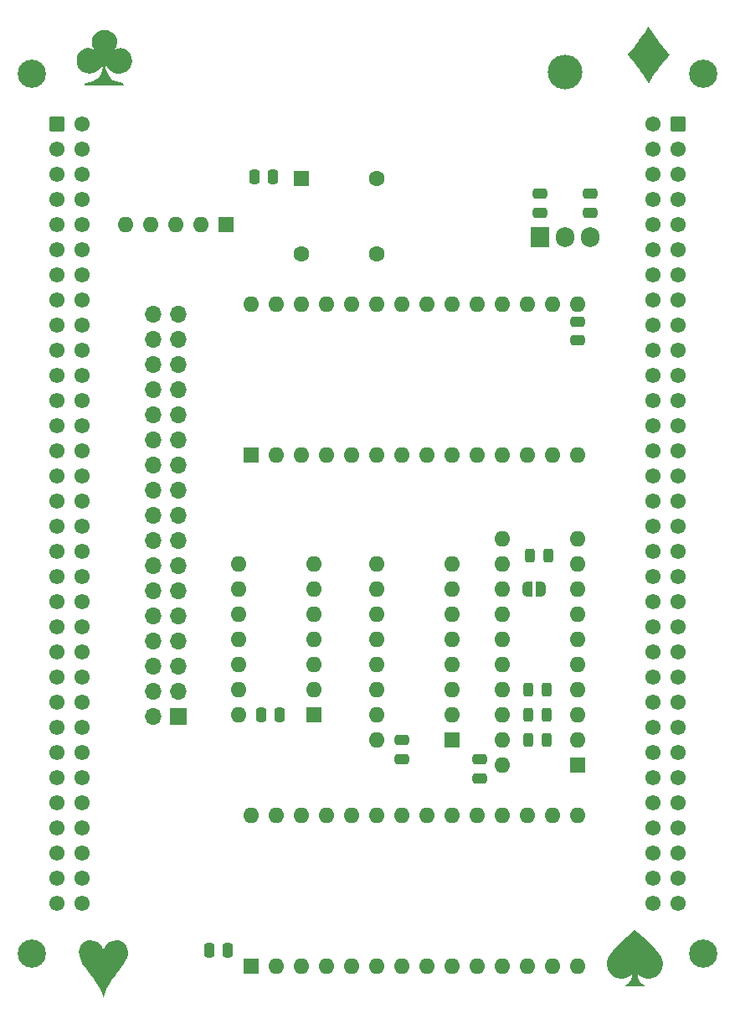
<source format=gbr>
%TF.GenerationSoftware,KiCad,Pcbnew,8.0.5+1*%
%TF.CreationDate,2024-11-07T11:00:00+01:00*%
%TF.ProjectId,QL_MiniTrump3,514c5f4d-696e-4695-9472-756d70332e6b,02*%
%TF.SameCoordinates,Original*%
%TF.FileFunction,Soldermask,Bot*%
%TF.FilePolarity,Negative*%
%FSLAX46Y46*%
G04 Gerber Fmt 4.6, Leading zero omitted, Abs format (unit mm)*
G04 Created by KiCad (PCBNEW 8.0.5+1) date 2024-11-07 11:00:00*
%MOMM*%
%LPD*%
G01*
G04 APERTURE LIST*
G04 Aperture macros list*
%AMRoundRect*
0 Rectangle with rounded corners*
0 $1 Rounding radius*
0 $2 $3 $4 $5 $6 $7 $8 $9 X,Y pos of 4 corners*
0 Add a 4 corners polygon primitive as box body*
4,1,4,$2,$3,$4,$5,$6,$7,$8,$9,$2,$3,0*
0 Add four circle primitives for the rounded corners*
1,1,$1+$1,$2,$3*
1,1,$1+$1,$4,$5*
1,1,$1+$1,$6,$7*
1,1,$1+$1,$8,$9*
0 Add four rect primitives between the rounded corners*
20,1,$1+$1,$2,$3,$4,$5,0*
20,1,$1+$1,$4,$5,$6,$7,0*
20,1,$1+$1,$6,$7,$8,$9,0*
20,1,$1+$1,$8,$9,$2,$3,0*%
%AMFreePoly0*
4,1,19,0.500000,-0.750000,0.000000,-0.750000,0.000000,-0.744911,-0.071157,-0.744911,-0.207708,-0.704816,-0.327430,-0.627875,-0.420627,-0.520320,-0.479746,-0.390866,-0.500000,-0.250000,-0.500000,0.250000,-0.479746,0.390866,-0.420627,0.520320,-0.327430,0.627875,-0.207708,0.704816,-0.071157,0.744911,0.000000,0.744911,0.000000,0.750000,0.500000,0.750000,0.500000,-0.750000,0.500000,-0.750000,
$1*%
%AMFreePoly1*
4,1,19,0.000000,0.744911,0.071157,0.744911,0.207708,0.704816,0.327430,0.627875,0.420627,0.520320,0.479746,0.390866,0.500000,0.250000,0.500000,-0.250000,0.479746,-0.390866,0.420627,-0.520320,0.327430,-0.627875,0.207708,-0.704816,0.071157,-0.744911,0.000000,-0.744911,0.000000,-0.750000,-0.500000,-0.750000,-0.500000,0.750000,0.000000,0.750000,0.000000,0.744911,0.000000,0.744911,
$1*%
G04 Aperture macros list end*
%ADD10C,0.010000*%
%ADD11C,0.300000*%
%ADD12RoundRect,0.243750X-0.243750X-0.456250X0.243750X-0.456250X0.243750X0.456250X-0.243750X0.456250X0*%
%ADD13RoundRect,0.243750X0.243750X0.456250X-0.243750X0.456250X-0.243750X-0.456250X0.243750X-0.456250X0*%
%ADD14FreePoly0,180.000000*%
%ADD15FreePoly1,180.000000*%
%ADD16O,3.500000X3.500000*%
%ADD17R,1.905000X2.000000*%
%ADD18O,1.905000X2.000000*%
%ADD19R,1.600000X1.600000*%
%ADD20O,1.600000X1.600000*%
%ADD21C,2.850000*%
%ADD22RoundRect,0.249999X-0.525001X0.525001X-0.525001X-0.525001X0.525001X-0.525001X0.525001X0.525001X0*%
%ADD23C,1.550000*%
%ADD24R,1.700000X1.700000*%
%ADD25O,1.700000X1.700000*%
%ADD26RoundRect,0.249999X0.525001X-0.525001X0.525001X0.525001X-0.525001X0.525001X-0.525001X-0.525001X0*%
%ADD27C,1.600000*%
%ADD28RoundRect,0.250000X0.475000X-0.250000X0.475000X0.250000X-0.475000X0.250000X-0.475000X-0.250000X0*%
%ADD29RoundRect,0.250000X-0.475000X0.250000X-0.475000X-0.250000X0.475000X-0.250000X0.475000X0.250000X0*%
%ADD30RoundRect,0.250000X-0.250000X-0.475000X0.250000X-0.475000X0.250000X0.475000X-0.250000X0.475000X0*%
%ADD31RoundRect,0.250000X0.250000X0.475000X-0.250000X0.475000X-0.250000X-0.475000X0.250000X-0.475000X0*%
G04 APERTURE END LIST*
D10*
X192129788Y-136104410D02*
X192353507Y-136288600D01*
X192583720Y-136483297D01*
X192702279Y-136586212D01*
X192823681Y-136693706D01*
X192948035Y-136806202D01*
X193074190Y-136922613D01*
X193200703Y-137041601D01*
X193326131Y-137161830D01*
X193449033Y-137281962D01*
X193567963Y-137400659D01*
X193681481Y-137516584D01*
X193788143Y-137628398D01*
X193886811Y-137735099D01*
X193977583Y-137836713D01*
X194060865Y-137933593D01*
X194137063Y-138026088D01*
X194206582Y-138114549D01*
X194269828Y-138199327D01*
X194327208Y-138280771D01*
X194379126Y-138359233D01*
X194403156Y-138397448D01*
X194425957Y-138435019D01*
X194447564Y-138471971D01*
X194468010Y-138508327D01*
X194487330Y-138544111D01*
X194505559Y-138579346D01*
X194522730Y-138614056D01*
X194538878Y-138648265D01*
X194554037Y-138681996D01*
X194568242Y-138715273D01*
X194593924Y-138780559D01*
X194616198Y-138844311D01*
X194635339Y-138906719D01*
X194651570Y-138968051D01*
X194658606Y-138998420D01*
X194664918Y-139028669D01*
X194670504Y-139058856D01*
X194675361Y-139089038D01*
X194679487Y-139119275D01*
X194682878Y-139149623D01*
X194685533Y-139180142D01*
X194687448Y-139210890D01*
X194688621Y-139241923D01*
X194689049Y-139273302D01*
X194688729Y-139305083D01*
X194687660Y-139337324D01*
X194685837Y-139370085D01*
X194683259Y-139403423D01*
X194675783Y-139471904D01*
X194665044Y-139542440D01*
X194658377Y-139578327D01*
X194650808Y-139614547D01*
X194642306Y-139651038D01*
X194632844Y-139687740D01*
X194622391Y-139724592D01*
X194610919Y-139761533D01*
X194598399Y-139798504D01*
X194584802Y-139835443D01*
X194570099Y-139872290D01*
X194554260Y-139908983D01*
X194537257Y-139945464D01*
X194519061Y-139981670D01*
X194499656Y-140017497D01*
X194479077Y-140052936D01*
X194457370Y-140087927D01*
X194434582Y-140122415D01*
X194410756Y-140156341D01*
X194385940Y-140189648D01*
X194360179Y-140222279D01*
X194333518Y-140254177D01*
X194306003Y-140285283D01*
X194277680Y-140315541D01*
X194248594Y-140344892D01*
X194218792Y-140373281D01*
X194188318Y-140400649D01*
X194157219Y-140426939D01*
X194125540Y-140452093D01*
X194093327Y-140476055D01*
X194060615Y-140498756D01*
X194027432Y-140520230D01*
X193993793Y-140540497D01*
X193959711Y-140559581D01*
X193925202Y-140577504D01*
X193890279Y-140594286D01*
X193854958Y-140609952D01*
X193819252Y-140624523D01*
X193783176Y-140638020D01*
X193746744Y-140650467D01*
X193709971Y-140661886D01*
X193672871Y-140672298D01*
X193635458Y-140681726D01*
X193597748Y-140690192D01*
X193559753Y-140697718D01*
X193521490Y-140704326D01*
X193482966Y-140710054D01*
X193444208Y-140714860D01*
X193405235Y-140718718D01*
X193366066Y-140721601D01*
X193326719Y-140723484D01*
X193287214Y-140724340D01*
X193247571Y-140724142D01*
X193207807Y-140722866D01*
X193167943Y-140720483D01*
X193127996Y-140716968D01*
X193087987Y-140712295D01*
X193047935Y-140706438D01*
X193007857Y-140699369D01*
X192967775Y-140691063D01*
X192927706Y-140681494D01*
X192887669Y-140670635D01*
X192847692Y-140658449D01*
X192807835Y-140644984D01*
X192768167Y-140630272D01*
X192728754Y-140614343D01*
X192689664Y-140597229D01*
X192650966Y-140578961D01*
X192612726Y-140559571D01*
X192575014Y-140539089D01*
X192537895Y-140517547D01*
X192501439Y-140494976D01*
X192465713Y-140471408D01*
X192430784Y-140446874D01*
X192396721Y-140421405D01*
X192363591Y-140395033D01*
X192331462Y-140367788D01*
X192300402Y-140339702D01*
X192278161Y-140318441D01*
X192256532Y-140296783D01*
X192235483Y-140274741D01*
X192214982Y-140252330D01*
X192194994Y-140229565D01*
X192175489Y-140206459D01*
X192156433Y-140183026D01*
X192137793Y-140159282D01*
X192142002Y-140244441D01*
X192146516Y-140325298D01*
X192151701Y-140402492D01*
X192157923Y-140476665D01*
X192162564Y-140522728D01*
X192167870Y-140568429D01*
X192173939Y-140613601D01*
X192180870Y-140658077D01*
X192188761Y-140701688D01*
X192197711Y-140744268D01*
X192207819Y-140785649D01*
X192219182Y-140825664D01*
X192225365Y-140845093D01*
X192231899Y-140864167D01*
X192238795Y-140882912D01*
X192246066Y-140901353D01*
X192253725Y-140919516D01*
X192261783Y-140937426D01*
X192270253Y-140955109D01*
X192279148Y-140972591D01*
X192288480Y-140989896D01*
X192298260Y-141007052D01*
X192308502Y-141024082D01*
X192319218Y-141041013D01*
X192330421Y-141057871D01*
X192342121Y-141074680D01*
X192354333Y-141091467D01*
X192367068Y-141108257D01*
X192380335Y-141125085D01*
X192394092Y-141141898D01*
X192408297Y-141158651D01*
X192422907Y-141175304D01*
X192437880Y-141191814D01*
X192453173Y-141208138D01*
X192468743Y-141224235D01*
X192484549Y-141240062D01*
X192500546Y-141255578D01*
X192516693Y-141270739D01*
X192532948Y-141285504D01*
X192549266Y-141299831D01*
X192565607Y-141313677D01*
X192581926Y-141327000D01*
X192598183Y-141339758D01*
X192614333Y-141351909D01*
X192630333Y-141363421D01*
X192646134Y-141374301D01*
X192661687Y-141384563D01*
X192676945Y-141394222D01*
X192691857Y-141403291D01*
X192706376Y-141411785D01*
X192720453Y-141419718D01*
X192734038Y-141427104D01*
X192759541Y-141440296D01*
X192782496Y-141451473D01*
X192802513Y-141460750D01*
X192819202Y-141468242D01*
X192831765Y-141474082D01*
X192835767Y-141476439D01*
X192837780Y-141478452D01*
X192837929Y-141479338D01*
X192837448Y-141480146D01*
X192834418Y-141481544D01*
X192828338Y-141482669D01*
X192818854Y-141483547D01*
X192788258Y-141484651D01*
X192739802Y-141485048D01*
X192578003Y-141484477D01*
X191909307Y-141481670D01*
X191240604Y-141484477D01*
X191147953Y-141484926D01*
X191110622Y-141485040D01*
X191078815Y-141485048D01*
X191052179Y-141484926D01*
X191030361Y-141484651D01*
X191013008Y-141484199D01*
X191005895Y-141483900D01*
X190999766Y-141483547D01*
X190994576Y-141483138D01*
X190990281Y-141482669D01*
X190986837Y-141482139D01*
X190984200Y-141481544D01*
X190982326Y-141480880D01*
X190981661Y-141480522D01*
X190981170Y-141480146D01*
X190980848Y-141479751D01*
X190980689Y-141479338D01*
X190980687Y-141478905D01*
X190980838Y-141478452D01*
X190981134Y-141477980D01*
X190981572Y-141477487D01*
X190982849Y-141476439D01*
X190984623Y-141475305D01*
X190986851Y-141474082D01*
X190992490Y-141471357D01*
X190999412Y-141468242D01*
X191036113Y-141451473D01*
X191059066Y-141440296D01*
X191084567Y-141427104D01*
X191112228Y-141411785D01*
X191141660Y-141394222D01*
X191156918Y-141384563D01*
X191172472Y-141374301D01*
X191188275Y-141363421D01*
X191204276Y-141351909D01*
X191220427Y-141339758D01*
X191236685Y-141327000D01*
X191253005Y-141313677D01*
X191269347Y-141299831D01*
X191285666Y-141285504D01*
X191301921Y-141270739D01*
X191334066Y-141240062D01*
X191365441Y-141208138D01*
X191380733Y-141191814D01*
X191395705Y-141175304D01*
X191410313Y-141158651D01*
X191424516Y-141141898D01*
X191438270Y-141125085D01*
X191451533Y-141108257D01*
X191464270Y-141091467D01*
X191476484Y-141074680D01*
X191488187Y-141057871D01*
X191499391Y-141041013D01*
X191510108Y-141024082D01*
X191520352Y-141007052D01*
X191530134Y-140989896D01*
X191539466Y-140972591D01*
X191548361Y-140955109D01*
X191556832Y-140937426D01*
X191564891Y-140919516D01*
X191572550Y-140901353D01*
X191579821Y-140882912D01*
X191586717Y-140864167D01*
X191593250Y-140845093D01*
X191599433Y-140825664D01*
X191610797Y-140785649D01*
X191620904Y-140744268D01*
X191629855Y-140701688D01*
X191637746Y-140658077D01*
X191644677Y-140613601D01*
X191650746Y-140568429D01*
X191656051Y-140522728D01*
X191660690Y-140476665D01*
X191666908Y-140402492D01*
X191672087Y-140325298D01*
X191676599Y-140244441D01*
X191680819Y-140159282D01*
X191662174Y-140182991D01*
X191643111Y-140206407D01*
X191623600Y-140229511D01*
X191603607Y-140252284D01*
X191583100Y-140274709D01*
X191562046Y-140296766D01*
X191540413Y-140318436D01*
X191518169Y-140339702D01*
X191487106Y-140367788D01*
X191454975Y-140395033D01*
X191421842Y-140421405D01*
X191387776Y-140446874D01*
X191352844Y-140471408D01*
X191317114Y-140494976D01*
X191280654Y-140517547D01*
X191243532Y-140539089D01*
X191205816Y-140559571D01*
X191167573Y-140578961D01*
X191128872Y-140597229D01*
X191089780Y-140614343D01*
X191050365Y-140630272D01*
X191010695Y-140644984D01*
X190970837Y-140658449D01*
X190930861Y-140670635D01*
X190880808Y-140683993D01*
X190830712Y-140695352D01*
X190780610Y-140704763D01*
X190730539Y-140712276D01*
X190680537Y-140717941D01*
X190630641Y-140721807D01*
X190580888Y-140723925D01*
X190531316Y-140724346D01*
X190501676Y-140723821D01*
X190472124Y-140722711D01*
X190442669Y-140721026D01*
X190413316Y-140718776D01*
X190384075Y-140715971D01*
X190354951Y-140712621D01*
X190325953Y-140708736D01*
X190297088Y-140704326D01*
X190258822Y-140697718D01*
X190220824Y-140690192D01*
X190183110Y-140681726D01*
X190145692Y-140672298D01*
X190108588Y-140661886D01*
X190071810Y-140650467D01*
X190035373Y-140638020D01*
X189999292Y-140624523D01*
X189963582Y-140609952D01*
X189928257Y-140594286D01*
X189893331Y-140577504D01*
X189858820Y-140559581D01*
X189824737Y-140540497D01*
X189791098Y-140520230D01*
X189757917Y-140498756D01*
X189725208Y-140476055D01*
X189692992Y-140452093D01*
X189661311Y-140426939D01*
X189630210Y-140400649D01*
X189599734Y-140373281D01*
X189569930Y-140344892D01*
X189540843Y-140315541D01*
X189512519Y-140285283D01*
X189485003Y-140254177D01*
X189458342Y-140222279D01*
X189432580Y-140189648D01*
X189407764Y-140156341D01*
X189383940Y-140122415D01*
X189361152Y-140087927D01*
X189339447Y-140052936D01*
X189318870Y-140017497D01*
X189299467Y-139981670D01*
X189281272Y-139945464D01*
X189264270Y-139908983D01*
X189248432Y-139872290D01*
X189233728Y-139835443D01*
X189220130Y-139798504D01*
X189207608Y-139761533D01*
X189196135Y-139724592D01*
X189185682Y-139687740D01*
X189176218Y-139651038D01*
X189167716Y-139614547D01*
X189160147Y-139578327D01*
X189153481Y-139542440D01*
X189142745Y-139471904D01*
X189135278Y-139403423D01*
X189132702Y-139370085D01*
X189130883Y-139337324D01*
X189129818Y-139305083D01*
X189129503Y-139273302D01*
X189129937Y-139241923D01*
X189131115Y-139210890D01*
X189133036Y-139180142D01*
X189135696Y-139149623D01*
X189139092Y-139119275D01*
X189143222Y-139089038D01*
X189148082Y-139058856D01*
X189153669Y-139028669D01*
X189159982Y-138998420D01*
X189167016Y-138968051D01*
X189183237Y-138906719D01*
X189202373Y-138844311D01*
X189224639Y-138780559D01*
X189250312Y-138715273D01*
X189279666Y-138648265D01*
X189312977Y-138579346D01*
X189350520Y-138508327D01*
X189392571Y-138435019D01*
X189439405Y-138359233D01*
X189491318Y-138280771D01*
X189548694Y-138199327D01*
X189611938Y-138114549D01*
X189681456Y-138026088D01*
X189757653Y-137933593D01*
X189840935Y-137836713D01*
X189931707Y-137735099D01*
X190030376Y-137628398D01*
X190137040Y-137516584D01*
X190250564Y-137400659D01*
X190369504Y-137281962D01*
X190492416Y-137161830D01*
X190617854Y-137041601D01*
X190744374Y-136922613D01*
X190870532Y-136806202D01*
X190994883Y-136693706D01*
X191116291Y-136586212D01*
X191234857Y-136483297D01*
X191350987Y-136384310D01*
X191465086Y-136288600D01*
X191688818Y-136104410D01*
X191909299Y-135925518D01*
X191909314Y-135925518D01*
X192129788Y-136104410D01*
G36*
X192129788Y-136104410D02*
G01*
X192353507Y-136288600D01*
X192583720Y-136483297D01*
X192702279Y-136586212D01*
X192823681Y-136693706D01*
X192948035Y-136806202D01*
X193074190Y-136922613D01*
X193200703Y-137041601D01*
X193326131Y-137161830D01*
X193449033Y-137281962D01*
X193567963Y-137400659D01*
X193681481Y-137516584D01*
X193788143Y-137628398D01*
X193886811Y-137735099D01*
X193977583Y-137836713D01*
X194060865Y-137933593D01*
X194137063Y-138026088D01*
X194206582Y-138114549D01*
X194269828Y-138199327D01*
X194327208Y-138280771D01*
X194379126Y-138359233D01*
X194403156Y-138397448D01*
X194425957Y-138435019D01*
X194447564Y-138471971D01*
X194468010Y-138508327D01*
X194487330Y-138544111D01*
X194505559Y-138579346D01*
X194522730Y-138614056D01*
X194538878Y-138648265D01*
X194554037Y-138681996D01*
X194568242Y-138715273D01*
X194593924Y-138780559D01*
X194616198Y-138844311D01*
X194635339Y-138906719D01*
X194651570Y-138968051D01*
X194658606Y-138998420D01*
X194664918Y-139028669D01*
X194670504Y-139058856D01*
X194675361Y-139089038D01*
X194679487Y-139119275D01*
X194682878Y-139149623D01*
X194685533Y-139180142D01*
X194687448Y-139210890D01*
X194688621Y-139241923D01*
X194689049Y-139273302D01*
X194688729Y-139305083D01*
X194687660Y-139337324D01*
X194685837Y-139370085D01*
X194683259Y-139403423D01*
X194675783Y-139471904D01*
X194665044Y-139542440D01*
X194658377Y-139578327D01*
X194650808Y-139614547D01*
X194642306Y-139651038D01*
X194632844Y-139687740D01*
X194622391Y-139724592D01*
X194610919Y-139761533D01*
X194598399Y-139798504D01*
X194584802Y-139835443D01*
X194570099Y-139872290D01*
X194554260Y-139908983D01*
X194537257Y-139945464D01*
X194519061Y-139981670D01*
X194499656Y-140017497D01*
X194479077Y-140052936D01*
X194457370Y-140087927D01*
X194434582Y-140122415D01*
X194410756Y-140156341D01*
X194385940Y-140189648D01*
X194360179Y-140222279D01*
X194333518Y-140254177D01*
X194306003Y-140285283D01*
X194277680Y-140315541D01*
X194248594Y-140344892D01*
X194218792Y-140373281D01*
X194188318Y-140400649D01*
X194157219Y-140426939D01*
X194125540Y-140452093D01*
X194093327Y-140476055D01*
X194060615Y-140498756D01*
X194027432Y-140520230D01*
X193993793Y-140540497D01*
X193959711Y-140559581D01*
X193925202Y-140577504D01*
X193890279Y-140594286D01*
X193854958Y-140609952D01*
X193819252Y-140624523D01*
X193783176Y-140638020D01*
X193746744Y-140650467D01*
X193709971Y-140661886D01*
X193672871Y-140672298D01*
X193635458Y-140681726D01*
X193597748Y-140690192D01*
X193559753Y-140697718D01*
X193521490Y-140704326D01*
X193482966Y-140710054D01*
X193444208Y-140714860D01*
X193405235Y-140718718D01*
X193366066Y-140721601D01*
X193326719Y-140723484D01*
X193287214Y-140724340D01*
X193247571Y-140724142D01*
X193207807Y-140722866D01*
X193167943Y-140720483D01*
X193127996Y-140716968D01*
X193087987Y-140712295D01*
X193047935Y-140706438D01*
X193007857Y-140699369D01*
X192967775Y-140691063D01*
X192927706Y-140681494D01*
X192887669Y-140670635D01*
X192847692Y-140658449D01*
X192807835Y-140644984D01*
X192768167Y-140630272D01*
X192728754Y-140614343D01*
X192689664Y-140597229D01*
X192650966Y-140578961D01*
X192612726Y-140559571D01*
X192575014Y-140539089D01*
X192537895Y-140517547D01*
X192501439Y-140494976D01*
X192465713Y-140471408D01*
X192430784Y-140446874D01*
X192396721Y-140421405D01*
X192363591Y-140395033D01*
X192331462Y-140367788D01*
X192300402Y-140339702D01*
X192278161Y-140318441D01*
X192256532Y-140296783D01*
X192235483Y-140274741D01*
X192214982Y-140252330D01*
X192194994Y-140229565D01*
X192175489Y-140206459D01*
X192156433Y-140183026D01*
X192137793Y-140159282D01*
X192142002Y-140244441D01*
X192146516Y-140325298D01*
X192151701Y-140402492D01*
X192157923Y-140476665D01*
X192162564Y-140522728D01*
X192167870Y-140568429D01*
X192173939Y-140613601D01*
X192180870Y-140658077D01*
X192188761Y-140701688D01*
X192197711Y-140744268D01*
X192207819Y-140785649D01*
X192219182Y-140825664D01*
X192225365Y-140845093D01*
X192231899Y-140864167D01*
X192238795Y-140882912D01*
X192246066Y-140901353D01*
X192253725Y-140919516D01*
X192261783Y-140937426D01*
X192270253Y-140955109D01*
X192279148Y-140972591D01*
X192288480Y-140989896D01*
X192298260Y-141007052D01*
X192308502Y-141024082D01*
X192319218Y-141041013D01*
X192330421Y-141057871D01*
X192342121Y-141074680D01*
X192354333Y-141091467D01*
X192367068Y-141108257D01*
X192380335Y-141125085D01*
X192394092Y-141141898D01*
X192408297Y-141158651D01*
X192422907Y-141175304D01*
X192437880Y-141191814D01*
X192453173Y-141208138D01*
X192468743Y-141224235D01*
X192484549Y-141240062D01*
X192500546Y-141255578D01*
X192516693Y-141270739D01*
X192532948Y-141285504D01*
X192549266Y-141299831D01*
X192565607Y-141313677D01*
X192581926Y-141327000D01*
X192598183Y-141339758D01*
X192614333Y-141351909D01*
X192630333Y-141363421D01*
X192646134Y-141374301D01*
X192661687Y-141384563D01*
X192676945Y-141394222D01*
X192691857Y-141403291D01*
X192706376Y-141411785D01*
X192720453Y-141419718D01*
X192734038Y-141427104D01*
X192759541Y-141440296D01*
X192782496Y-141451473D01*
X192802513Y-141460750D01*
X192819202Y-141468242D01*
X192831765Y-141474082D01*
X192835767Y-141476439D01*
X192837780Y-141478452D01*
X192837929Y-141479338D01*
X192837448Y-141480146D01*
X192834418Y-141481544D01*
X192828338Y-141482669D01*
X192818854Y-141483547D01*
X192788258Y-141484651D01*
X192739802Y-141485048D01*
X192578003Y-141484477D01*
X191909307Y-141481670D01*
X191240604Y-141484477D01*
X191147953Y-141484926D01*
X191110622Y-141485040D01*
X191078815Y-141485048D01*
X191052179Y-141484926D01*
X191030361Y-141484651D01*
X191013008Y-141484199D01*
X191005895Y-141483900D01*
X190999766Y-141483547D01*
X190994576Y-141483138D01*
X190990281Y-141482669D01*
X190986837Y-141482139D01*
X190984200Y-141481544D01*
X190982326Y-141480880D01*
X190981661Y-141480522D01*
X190981170Y-141480146D01*
X190980848Y-141479751D01*
X190980689Y-141479338D01*
X190980687Y-141478905D01*
X190980838Y-141478452D01*
X190981134Y-141477980D01*
X190981572Y-141477487D01*
X190982849Y-141476439D01*
X190984623Y-141475305D01*
X190986851Y-141474082D01*
X190992490Y-141471357D01*
X190999412Y-141468242D01*
X191036113Y-141451473D01*
X191059066Y-141440296D01*
X191084567Y-141427104D01*
X191112228Y-141411785D01*
X191141660Y-141394222D01*
X191156918Y-141384563D01*
X191172472Y-141374301D01*
X191188275Y-141363421D01*
X191204276Y-141351909D01*
X191220427Y-141339758D01*
X191236685Y-141327000D01*
X191253005Y-141313677D01*
X191269347Y-141299831D01*
X191285666Y-141285504D01*
X191301921Y-141270739D01*
X191334066Y-141240062D01*
X191365441Y-141208138D01*
X191380733Y-141191814D01*
X191395705Y-141175304D01*
X191410313Y-141158651D01*
X191424516Y-141141898D01*
X191438270Y-141125085D01*
X191451533Y-141108257D01*
X191464270Y-141091467D01*
X191476484Y-141074680D01*
X191488187Y-141057871D01*
X191499391Y-141041013D01*
X191510108Y-141024082D01*
X191520352Y-141007052D01*
X191530134Y-140989896D01*
X191539466Y-140972591D01*
X191548361Y-140955109D01*
X191556832Y-140937426D01*
X191564891Y-140919516D01*
X191572550Y-140901353D01*
X191579821Y-140882912D01*
X191586717Y-140864167D01*
X191593250Y-140845093D01*
X191599433Y-140825664D01*
X191610797Y-140785649D01*
X191620904Y-140744268D01*
X191629855Y-140701688D01*
X191637746Y-140658077D01*
X191644677Y-140613601D01*
X191650746Y-140568429D01*
X191656051Y-140522728D01*
X191660690Y-140476665D01*
X191666908Y-140402492D01*
X191672087Y-140325298D01*
X191676599Y-140244441D01*
X191680819Y-140159282D01*
X191662174Y-140182991D01*
X191643111Y-140206407D01*
X191623600Y-140229511D01*
X191603607Y-140252284D01*
X191583100Y-140274709D01*
X191562046Y-140296766D01*
X191540413Y-140318436D01*
X191518169Y-140339702D01*
X191487106Y-140367788D01*
X191454975Y-140395033D01*
X191421842Y-140421405D01*
X191387776Y-140446874D01*
X191352844Y-140471408D01*
X191317114Y-140494976D01*
X191280654Y-140517547D01*
X191243532Y-140539089D01*
X191205816Y-140559571D01*
X191167573Y-140578961D01*
X191128872Y-140597229D01*
X191089780Y-140614343D01*
X191050365Y-140630272D01*
X191010695Y-140644984D01*
X190970837Y-140658449D01*
X190930861Y-140670635D01*
X190880808Y-140683993D01*
X190830712Y-140695352D01*
X190780610Y-140704763D01*
X190730539Y-140712276D01*
X190680537Y-140717941D01*
X190630641Y-140721807D01*
X190580888Y-140723925D01*
X190531316Y-140724346D01*
X190501676Y-140723821D01*
X190472124Y-140722711D01*
X190442669Y-140721026D01*
X190413316Y-140718776D01*
X190384075Y-140715971D01*
X190354951Y-140712621D01*
X190325953Y-140708736D01*
X190297088Y-140704326D01*
X190258822Y-140697718D01*
X190220824Y-140690192D01*
X190183110Y-140681726D01*
X190145692Y-140672298D01*
X190108588Y-140661886D01*
X190071810Y-140650467D01*
X190035373Y-140638020D01*
X189999292Y-140624523D01*
X189963582Y-140609952D01*
X189928257Y-140594286D01*
X189893331Y-140577504D01*
X189858820Y-140559581D01*
X189824737Y-140540497D01*
X189791098Y-140520230D01*
X189757917Y-140498756D01*
X189725208Y-140476055D01*
X189692992Y-140452093D01*
X189661311Y-140426939D01*
X189630210Y-140400649D01*
X189599734Y-140373281D01*
X189569930Y-140344892D01*
X189540843Y-140315541D01*
X189512519Y-140285283D01*
X189485003Y-140254177D01*
X189458342Y-140222279D01*
X189432580Y-140189648D01*
X189407764Y-140156341D01*
X189383940Y-140122415D01*
X189361152Y-140087927D01*
X189339447Y-140052936D01*
X189318870Y-140017497D01*
X189299467Y-139981670D01*
X189281272Y-139945464D01*
X189264270Y-139908983D01*
X189248432Y-139872290D01*
X189233728Y-139835443D01*
X189220130Y-139798504D01*
X189207608Y-139761533D01*
X189196135Y-139724592D01*
X189185682Y-139687740D01*
X189176218Y-139651038D01*
X189167716Y-139614547D01*
X189160147Y-139578327D01*
X189153481Y-139542440D01*
X189142745Y-139471904D01*
X189135278Y-139403423D01*
X189132702Y-139370085D01*
X189130883Y-139337324D01*
X189129818Y-139305083D01*
X189129503Y-139273302D01*
X189129937Y-139241923D01*
X189131115Y-139210890D01*
X189133036Y-139180142D01*
X189135696Y-139149623D01*
X189139092Y-139119275D01*
X189143222Y-139089038D01*
X189148082Y-139058856D01*
X189153669Y-139028669D01*
X189159982Y-138998420D01*
X189167016Y-138968051D01*
X189183237Y-138906719D01*
X189202373Y-138844311D01*
X189224639Y-138780559D01*
X189250312Y-138715273D01*
X189279666Y-138648265D01*
X189312977Y-138579346D01*
X189350520Y-138508327D01*
X189392571Y-138435019D01*
X189439405Y-138359233D01*
X189491318Y-138280771D01*
X189548694Y-138199327D01*
X189611938Y-138114549D01*
X189681456Y-138026088D01*
X189757653Y-137933593D01*
X189840935Y-137836713D01*
X189931707Y-137735099D01*
X190030376Y-137628398D01*
X190137040Y-137516584D01*
X190250564Y-137400659D01*
X190369504Y-137281962D01*
X190492416Y-137161830D01*
X190617854Y-137041601D01*
X190744374Y-136922613D01*
X190870532Y-136806202D01*
X190994883Y-136693706D01*
X191116291Y-136586212D01*
X191234857Y-136483297D01*
X191350987Y-136384310D01*
X191465086Y-136288600D01*
X191688818Y-136104410D01*
X191909299Y-135925518D01*
X191909314Y-135925518D01*
X192129788Y-136104410D01*
G37*
D11*
G36*
X138193888Y-142785698D02*
G01*
X138291758Y-142448511D01*
X138397967Y-142142094D01*
X138527418Y-141834156D01*
X138635397Y-141621573D01*
X138816397Y-141322945D01*
X139009807Y-141034746D01*
X139212242Y-140748765D01*
X139406785Y-140482980D01*
X139624824Y-140192225D01*
X139841305Y-139903939D01*
X140040321Y-139635886D01*
X140229691Y-139374283D01*
X140291853Y-139283795D01*
X140462123Y-138995692D01*
X140595193Y-138696174D01*
X140673430Y-138375209D01*
X140688894Y-138153021D01*
X140648171Y-137816966D01*
X140526002Y-137520696D01*
X140344263Y-137285884D01*
X140087095Y-137086960D01*
X139762886Y-136964125D01*
X139489830Y-136936487D01*
X139154201Y-136979275D01*
X138850476Y-137107637D01*
X138602046Y-137298589D01*
X138385392Y-137552112D01*
X138230142Y-137845761D01*
X138197064Y-137937031D01*
X138072213Y-137638301D01*
X137881094Y-137373009D01*
X137814316Y-137303353D01*
X137561327Y-137107376D01*
X137255810Y-136975636D01*
X136921768Y-136931723D01*
X136593850Y-136972821D01*
X136277644Y-137111401D01*
X136068923Y-137279531D01*
X135869095Y-137534413D01*
X135745702Y-137848423D01*
X135717939Y-138108553D01*
X135750965Y-138449033D01*
X135840076Y-138772162D01*
X135918048Y-138964574D01*
X136078942Y-139267566D01*
X136259249Y-139547480D01*
X136454635Y-139819763D01*
X136650054Y-140073472D01*
X136685131Y-140117581D01*
X136903279Y-140397829D01*
X137102117Y-140661869D01*
X137315236Y-140957323D01*
X137500548Y-141229439D01*
X137681604Y-141517410D01*
X137747613Y-141631102D01*
X137903111Y-141942438D01*
X138030594Y-142261096D01*
X138133998Y-142574933D01*
X138193888Y-142785698D01*
G37*
G36*
X193331105Y-44551902D02*
G01*
X193160198Y-44832709D01*
X192979798Y-45115303D01*
X192789907Y-45399684D01*
X192590524Y-45685851D01*
X192381649Y-45973805D01*
X192309915Y-46070187D01*
X192106556Y-46339337D01*
X191877264Y-46636523D01*
X191664053Y-46905568D01*
X191435631Y-47183887D01*
X191201376Y-47455067D01*
X191434176Y-47718212D01*
X191657974Y-47990278D01*
X191879560Y-48270415D01*
X192085199Y-48536960D01*
X192309915Y-48833594D01*
X192530013Y-49134259D01*
X192736486Y-49428783D01*
X192929337Y-49717165D01*
X193108564Y-49999406D01*
X193274167Y-50275504D01*
X193326341Y-50366172D01*
X193489120Y-50073463D01*
X193658048Y-49804046D01*
X193696383Y-49746788D01*
X193888253Y-49468859D01*
X194073890Y-49207433D01*
X194276094Y-48928983D01*
X194494865Y-48633510D01*
X194593696Y-48501667D01*
X194811392Y-48224911D01*
X195041428Y-47939289D01*
X195264373Y-47664233D01*
X195437012Y-47451890D01*
X195216851Y-47194806D01*
X195010600Y-46943479D01*
X194788158Y-46663565D01*
X194590420Y-46408466D01*
X194381439Y-46133515D01*
X194250652Y-45959015D01*
X194058156Y-45695182D01*
X193874927Y-45431348D01*
X193672875Y-45123542D01*
X193483439Y-44815735D01*
X193331105Y-44551902D01*
G37*
G36*
X136332399Y-50583592D02*
G01*
X140248813Y-50583592D01*
X140188463Y-50337426D01*
X139841747Y-50258018D01*
X139530235Y-50170582D01*
X139227096Y-50047834D01*
X139195860Y-50029322D01*
X138932682Y-49815602D01*
X138726506Y-49555044D01*
X138622533Y-49374998D01*
X138495040Y-49069294D01*
X138420470Y-48752704D01*
X138398601Y-48455451D01*
X138381132Y-48385572D01*
X138544536Y-48675137D01*
X138755231Y-48919288D01*
X138987810Y-49101834D01*
X139292813Y-49261519D01*
X139602728Y-49347503D01*
X139812068Y-49363881D01*
X140133578Y-49327124D01*
X140450338Y-49201781D01*
X140704755Y-49010643D01*
X140728439Y-48987486D01*
X140926929Y-48735489D01*
X141060358Y-48419599D01*
X141104466Y-48097251D01*
X141104834Y-48063174D01*
X141071179Y-47742284D01*
X140956413Y-47427640D01*
X140760202Y-47153156D01*
X140511820Y-46942477D01*
X140214747Y-46812384D01*
X139974061Y-46783113D01*
X139647265Y-46832861D01*
X139378499Y-46940342D01*
X139521980Y-46648169D01*
X139537315Y-46606827D01*
X139595561Y-46285284D01*
X139596078Y-46249490D01*
X139552539Y-45904137D01*
X139421925Y-45597443D01*
X139227623Y-45352177D01*
X138953105Y-45142403D01*
X138636175Y-45019705D01*
X138311252Y-44983723D01*
X137986547Y-45019705D01*
X137668064Y-45142403D01*
X137390117Y-45352177D01*
X137176726Y-45621100D01*
X137051912Y-45923426D01*
X137015310Y-46227256D01*
X137054524Y-46565460D01*
X137183570Y-46876548D01*
X137220183Y-46932401D01*
X136937490Y-46811700D01*
X136650032Y-46775173D01*
X136316294Y-46826540D01*
X136017843Y-46980641D01*
X135838480Y-47140450D01*
X135643173Y-47412034D01*
X135528937Y-47724529D01*
X135495436Y-48044116D01*
X135532039Y-48375149D01*
X135656852Y-48699160D01*
X135847184Y-48957236D01*
X135870243Y-48981133D01*
X136119231Y-49180460D01*
X136427154Y-49314452D01*
X136770733Y-49359117D01*
X137104005Y-49314896D01*
X137369471Y-49219358D01*
X137655737Y-49055380D01*
X137901506Y-48842963D01*
X138102494Y-48594618D01*
X138198493Y-48444334D01*
X138168364Y-48778444D01*
X138095448Y-49088533D01*
X137992031Y-49349588D01*
X137817904Y-49631735D01*
X137586156Y-49875469D01*
X137399646Y-50016617D01*
X137103200Y-50155373D01*
X136768507Y-50254261D01*
X136433975Y-50328458D01*
X136387985Y-50337426D01*
X136332399Y-50583592D01*
G37*
D12*
%TO.C,D8*%
X181190500Y-116718000D03*
X183065500Y-116718000D03*
%TD*%
%TO.C,D7*%
X181190500Y-114178000D03*
X183065500Y-114178000D03*
%TD*%
%TO.C,D6*%
X181190500Y-111638000D03*
X183065500Y-111638000D03*
%TD*%
D13*
%TO.C,D1*%
X183182500Y-98044000D03*
X181307500Y-98044000D03*
%TD*%
D14*
%TO.C,JP1*%
X182402000Y-101498400D03*
D15*
X181102000Y-101498400D03*
%TD*%
D16*
%TO.C,U18*%
X184912000Y-49253000D03*
D17*
X182372000Y-65913000D03*
D18*
X184912000Y-65913000D03*
X187452000Y-65913000D03*
%TD*%
D19*
%TO.C,U14*%
X153162000Y-139573000D03*
D20*
X155702000Y-139573000D03*
X158242000Y-139573000D03*
X160782000Y-139573000D03*
X163322000Y-139573000D03*
X165862000Y-139573000D03*
X168402000Y-139573000D03*
X170942000Y-139573000D03*
X173482000Y-139573000D03*
X176022000Y-139573000D03*
X178562000Y-139573000D03*
X181102000Y-139573000D03*
X183642000Y-139573000D03*
X186182000Y-139573000D03*
X186182000Y-124333000D03*
X183642000Y-124333000D03*
X181102000Y-124333000D03*
X178562000Y-124333000D03*
X176022000Y-124333000D03*
X173482000Y-124333000D03*
X170942000Y-124333000D03*
X168402000Y-124333000D03*
X165862000Y-124333000D03*
X163322000Y-124333000D03*
X160782000Y-124333000D03*
X158242000Y-124333000D03*
X155702000Y-124333000D03*
X153162000Y-124333000D03*
%TD*%
D21*
%TO.C,J1*%
X130937000Y-138303000D03*
X130937000Y-49403000D03*
D22*
X133477000Y-54483000D03*
D23*
X133477000Y-57023000D03*
X133477000Y-59563000D03*
X133477000Y-62103000D03*
X133477000Y-64643000D03*
X133477000Y-67183000D03*
X133477000Y-69723000D03*
X133477000Y-72263000D03*
X133477000Y-74803000D03*
X133477000Y-77343000D03*
X133477000Y-79883000D03*
X133477000Y-82423000D03*
X133477000Y-84963000D03*
X133477000Y-87503000D03*
X133477000Y-90043000D03*
X133477000Y-92583000D03*
X133477000Y-95123000D03*
X133477000Y-97663000D03*
X133477000Y-100203000D03*
X133477000Y-102743000D03*
X133477000Y-105283000D03*
X133477000Y-107823000D03*
X133477000Y-110363000D03*
X133477000Y-112903000D03*
X133477000Y-115443000D03*
X133477000Y-117983000D03*
X133477000Y-120523000D03*
X133477000Y-123063000D03*
X133477000Y-125603000D03*
X133477000Y-128143000D03*
X133477000Y-130683000D03*
X133477000Y-133223000D03*
X136017000Y-54483000D03*
X136017000Y-57023000D03*
X136017000Y-59563000D03*
X136017000Y-62103000D03*
X136017000Y-64643000D03*
X136017000Y-67183000D03*
X136017000Y-69723000D03*
X136017000Y-72263000D03*
X136017000Y-74803000D03*
X136017000Y-77343000D03*
X136017000Y-79883000D03*
X136017000Y-82423000D03*
X136017000Y-84963000D03*
X136017000Y-87503000D03*
X136017000Y-90043000D03*
X136017000Y-92583000D03*
X136017000Y-95123000D03*
X136017000Y-97663000D03*
X136017000Y-100203000D03*
X136017000Y-102743000D03*
X136017000Y-105283000D03*
X136017000Y-107823000D03*
X136017000Y-110363000D03*
X136017000Y-112903000D03*
X136017000Y-115443000D03*
X136017000Y-117983000D03*
X136017000Y-120523000D03*
X136017000Y-123063000D03*
X136017000Y-125603000D03*
X136017000Y-128143000D03*
X136017000Y-130683000D03*
X136017000Y-133223000D03*
%TD*%
D24*
%TO.C,J2*%
X145796000Y-114300000D03*
D25*
X143256000Y-114300000D03*
X145796000Y-111760000D03*
X143256000Y-111760000D03*
X145796000Y-109220000D03*
X143256000Y-109220000D03*
X145796000Y-106680000D03*
X143256000Y-106680000D03*
X145796000Y-104140000D03*
X143256000Y-104140000D03*
X145796000Y-101600000D03*
X143256000Y-101600000D03*
X145796000Y-99060000D03*
X143256000Y-99060000D03*
X145796000Y-96520000D03*
X143256000Y-96520000D03*
X145796000Y-93980000D03*
X143256000Y-93980000D03*
X145796000Y-91440000D03*
X143256000Y-91440000D03*
X145796000Y-88900000D03*
X143256000Y-88900000D03*
X145796000Y-86360000D03*
X143256000Y-86360000D03*
X145796000Y-83820000D03*
X143256000Y-83820000D03*
X145796000Y-81280000D03*
X143256000Y-81280000D03*
X145796000Y-78740000D03*
X143256000Y-78740000D03*
X145796000Y-76200000D03*
X143256000Y-76200000D03*
X145796000Y-73660000D03*
X143256000Y-73660000D03*
%TD*%
D21*
%TO.C,J3*%
X198882000Y-49393000D03*
X198882000Y-138293000D03*
D26*
X196342000Y-54483000D03*
D23*
X196342000Y-57023000D03*
X196342000Y-59563000D03*
X196342000Y-62103000D03*
X196342000Y-64643000D03*
X196342000Y-67183000D03*
X196342000Y-69723000D03*
X196342000Y-72263000D03*
X196342000Y-74803000D03*
X196342000Y-77343000D03*
X196342000Y-79883000D03*
X196342000Y-82423000D03*
X196342000Y-84963000D03*
X196342000Y-87503000D03*
X196342000Y-90043000D03*
X196342000Y-92583000D03*
X196342000Y-95123000D03*
X196342000Y-97663000D03*
X196342000Y-100203000D03*
X196342000Y-102743000D03*
X196342000Y-105283000D03*
X196342000Y-107823000D03*
X196342000Y-110363000D03*
X196342000Y-112903000D03*
X196342000Y-115443000D03*
X196342000Y-117983000D03*
X196342000Y-120523000D03*
X196342000Y-123063000D03*
X196342000Y-125603000D03*
X196342000Y-128143000D03*
X196342000Y-130683000D03*
X196342000Y-133223000D03*
X193802000Y-54483000D03*
X193802000Y-57023000D03*
X193802000Y-59563000D03*
X193802000Y-62103000D03*
X193802000Y-64643000D03*
X193802000Y-67183000D03*
X193802000Y-69723000D03*
X193802000Y-72263000D03*
X193802000Y-74803000D03*
X193802000Y-77343000D03*
X193802000Y-79883000D03*
X193802000Y-82423000D03*
X193802000Y-84963000D03*
X193802000Y-87503000D03*
X193802000Y-90043000D03*
X193802000Y-92583000D03*
X193802000Y-95123000D03*
X193802000Y-97663000D03*
X193802000Y-100203000D03*
X193802000Y-102743000D03*
X193802000Y-105283000D03*
X193802000Y-107823000D03*
X193802000Y-110363000D03*
X193802000Y-112903000D03*
X193802000Y-115443000D03*
X193802000Y-117983000D03*
X193802000Y-120523000D03*
X193802000Y-123063000D03*
X193802000Y-125603000D03*
X193802000Y-128143000D03*
X193802000Y-130683000D03*
X193802000Y-133223000D03*
%TD*%
D19*
%TO.C,U13*%
X153162000Y-87889000D03*
D20*
X155702000Y-87889000D03*
X158242000Y-87889000D03*
X160782000Y-87889000D03*
X163322000Y-87889000D03*
X165862000Y-87889000D03*
X168402000Y-87889000D03*
X170942000Y-87889000D03*
X173482000Y-87889000D03*
X176022000Y-87889000D03*
X178562000Y-87889000D03*
X181102000Y-87889000D03*
X183642000Y-87889000D03*
X186182000Y-87889000D03*
X186182000Y-72649000D03*
X183642000Y-72649000D03*
X181102000Y-72649000D03*
X178562000Y-72649000D03*
X176022000Y-72649000D03*
X173482000Y-72649000D03*
X170942000Y-72649000D03*
X168402000Y-72649000D03*
X165862000Y-72649000D03*
X163322000Y-72649000D03*
X160782000Y-72649000D03*
X158242000Y-72649000D03*
X155702000Y-72649000D03*
X153162000Y-72649000D03*
%TD*%
D19*
%TO.C,U1*%
X186182000Y-119253000D03*
D20*
X186182000Y-116713000D03*
X186182000Y-114173000D03*
X186182000Y-111633000D03*
X186182000Y-109093000D03*
X186182000Y-106553000D03*
X186182000Y-104013000D03*
X186182000Y-101473000D03*
X186182000Y-98933000D03*
X186182000Y-96393000D03*
X178562000Y-96393000D03*
X178562000Y-98933000D03*
X178562000Y-101473000D03*
X178562000Y-104013000D03*
X178562000Y-106553000D03*
X178562000Y-109093000D03*
X178562000Y-111633000D03*
X178562000Y-114173000D03*
X178562000Y-116713000D03*
X178562000Y-119253000D03*
%TD*%
D19*
%TO.C,U17*%
X173482000Y-116713000D03*
D20*
X173482000Y-114173000D03*
X173482000Y-111633000D03*
X173482000Y-109093000D03*
X173482000Y-106553000D03*
X173482000Y-104013000D03*
X173482000Y-101473000D03*
X173482000Y-98933000D03*
X165862000Y-98933000D03*
X165862000Y-101473000D03*
X165862000Y-104013000D03*
X165862000Y-106553000D03*
X165862000Y-109093000D03*
X165862000Y-111633000D03*
X165862000Y-114173000D03*
X165862000Y-116713000D03*
%TD*%
D19*
%TO.C,U15*%
X159512000Y-114173000D03*
D20*
X159512000Y-111633000D03*
X159512000Y-109093000D03*
X159512000Y-106553000D03*
X159512000Y-104013000D03*
X159512000Y-101473000D03*
X159512000Y-98933000D03*
X151892000Y-98933000D03*
X151892000Y-101473000D03*
X151892000Y-104013000D03*
X151892000Y-106553000D03*
X151892000Y-109093000D03*
X151892000Y-111633000D03*
X151892000Y-114173000D03*
%TD*%
D19*
%TO.C,X1*%
X158242000Y-59944000D03*
D27*
X158242000Y-67564000D03*
X165862000Y-67564000D03*
X165862000Y-59944000D03*
%TD*%
D19*
%TO.C,RN1*%
X150622000Y-64643000D03*
D20*
X148082000Y-64643000D03*
X145542000Y-64643000D03*
X143002000Y-64643000D03*
X140462000Y-64643000D03*
%TD*%
D28*
%TO.C,C15*%
X182372000Y-63434000D03*
X182372000Y-61534000D03*
%TD*%
%TO.C,C3*%
X176276000Y-120584000D03*
X176276000Y-118684000D03*
%TD*%
%TO.C,C13*%
X187452000Y-63434000D03*
X187452000Y-61534000D03*
%TD*%
D29*
%TO.C,C12*%
X168402000Y-116713000D03*
X168402000Y-118613000D03*
%TD*%
D30*
%TO.C,C4*%
X153482000Y-59817000D03*
X155382000Y-59817000D03*
%TD*%
D28*
%TO.C,C2*%
X186182000Y-76322000D03*
X186182000Y-74422000D03*
%TD*%
D31*
%TO.C,C1*%
X150810000Y-137922000D03*
X148910000Y-137922000D03*
%TD*%
%TO.C,C10*%
X156027000Y-114168000D03*
X154127000Y-114168000D03*
%TD*%
M02*

</source>
